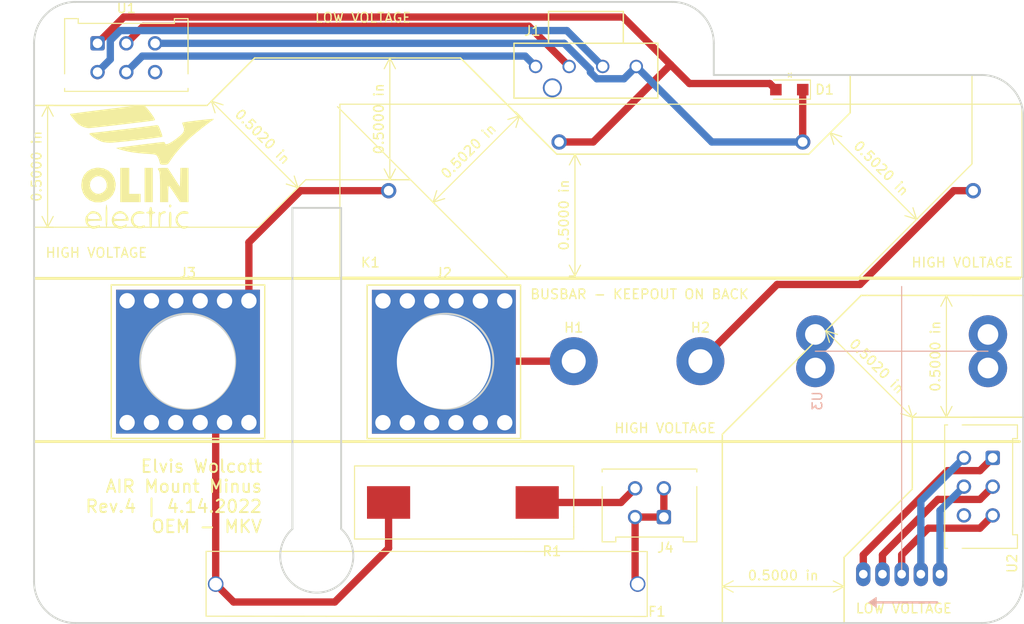
<source format=kicad_pcb>
(kicad_pcb (version 20171130) (host pcbnew 5.99.0+really5.1.10+dfsg1-1)

  (general
    (thickness 1.6)
    (drawings 95)
    (tracks 67)
    (zones 0)
    (modules 14)
    (nets 22)
  )

  (page A4)
  (layers
    (0 F.Cu signal)
    (31 B.Cu signal)
    (32 B.Adhes user)
    (33 F.Adhes user)
    (34 B.Paste user)
    (35 F.Paste user)
    (36 B.SilkS user)
    (37 F.SilkS user)
    (38 B.Mask user)
    (39 F.Mask user)
    (40 Dwgs.User user hide)
    (41 Cmts.User user)
    (42 Eco1.User user)
    (43 Eco2.User user)
    (44 Edge.Cuts user)
    (45 Margin user)
    (46 B.CrtYd user)
    (47 F.CrtYd user)
    (48 B.Fab user)
    (49 F.Fab user)
  )

  (setup
    (last_trace_width 0.762)
    (user_trace_width 0.4064)
    (user_trace_width 0.762)
    (trace_clearance 0.2)
    (zone_clearance 0.508)
    (zone_45_only no)
    (trace_min 0.2)
    (via_size 0.8)
    (via_drill 0.4)
    (via_min_size 0.4)
    (via_min_drill 0.3)
    (uvia_size 0.3)
    (uvia_drill 0.1)
    (uvias_allowed no)
    (uvia_min_size 0.2)
    (uvia_min_drill 0.1)
    (edge_width 0.05)
    (segment_width 0.2)
    (pcb_text_width 0.3)
    (pcb_text_size 1.5 1.5)
    (mod_edge_width 0.12)
    (mod_text_size 1 1)
    (mod_text_width 0.15)
    (pad_size 4 4)
    (pad_drill 2.15)
    (pad_to_mask_clearance 0.051)
    (solder_mask_min_width 0.25)
    (aux_axis_origin 0 0)
    (visible_elements FFFFFF7F)
    (pcbplotparams
      (layerselection 0x010fc_ffffffff)
      (usegerberextensions true)
      (usegerberattributes false)
      (usegerberadvancedattributes false)
      (creategerberjobfile false)
      (excludeedgelayer true)
      (linewidth 0.100000)
      (plotframeref false)
      (viasonmask false)
      (mode 1)
      (useauxorigin false)
      (hpglpennumber 1)
      (hpglpenspeed 20)
      (hpglpendiameter 15.000000)
      (psnegative false)
      (psa4output false)
      (plotreference true)
      (plotvalue true)
      (plotinvisibletext false)
      (padsonsilk false)
      (subtractmaskfromsilk false)
      (outputformat 1)
      (mirror false)
      (drillshape 0)
      (scaleselection 1)
      (outputdirectory "AIR_MINUS_GERB"))
  )

  (net 0 "")
  (net 1 /GND)
  (net 2 /Vout)
  (net 3 /Vref)
  (net 4 /OCD)
  (net 5 "Net-(U1-Pad6)")
  (net 6 /PRECHARGE_LSD)
  (net 7 /FINAL_SHUTDOWN)
  (net 8 /AIR-_AUX-)
  (net 9 /AIR-_AUX+)
  (net 10 "Net-(U2-Pad6)")
  (net 11 /UC+)
  (net 12 "Net-(U3-Pad12)")
  (net 13 "Net-(U3-Pad11)")
  (net 14 "Net-(U3-Pad8)")
  (net 15 "Net-(U3-Pad7)")
  (net 16 /HV_BSPD_CURRENT_SENSOR)
  (net 17 "Net-(H2-Pad1)")
  (net 18 /HV_TS-)
  (net 19 /HV_BAT-)
  (net 20 /AIR-_LSD)
  (net 21 /HV_TSMP-)

  (net_class Default "This is the default net class."
    (clearance 0.2)
    (trace_width 0.25)
    (via_dia 0.8)
    (via_drill 0.4)
    (uvia_dia 0.3)
    (uvia_drill 0.1)
    (add_net /AIR-_AUX+)
    (add_net /AIR-_AUX-)
    (add_net /AIR-_LSD)
    (add_net /FINAL_SHUTDOWN)
    (add_net /GND)
    (add_net /HV_BAT-)
    (add_net /HV_BSPD_CURRENT_SENSOR)
    (add_net /HV_TS-)
    (add_net /HV_TSMP-)
    (add_net /OCD)
    (add_net /PRECHARGE_LSD)
    (add_net /UC+)
    (add_net /Vout)
    (add_net /Vref)
    (add_net "Net-(H2-Pad1)")
    (add_net "Net-(U1-Pad6)")
    (add_net "Net-(U2-Pad6)")
    (add_net "Net-(U3-Pad11)")
    (add_net "Net-(U3-Pad12)")
    (add_net "Net-(U3-Pad7)")
    (add_net "Net-(U3-Pad8)")
  )

  (module footprints:redcube_7461166 (layer F.Cu) (tedit 5E2B402A) (tstamp 5DF33BB0)
    (at 64.93 147.37)
    (path /5E5C3C0C)
    (fp_text reference J3 (at -0.02 -9.27) (layer F.SilkS)
      (effects (font (size 1 1) (thickness 0.15)))
    )
    (fp_text value redcude_7461166 (at 0.02 9.45) (layer F.Fab) hide
      (effects (font (size 1 1) (thickness 0.15)))
    )
    (fp_line (start -8 8) (end -8 -8) (layer F.SilkS) (width 0.15))
    (fp_line (start 8 8) (end -8 8) (layer F.SilkS) (width 0.15))
    (fp_line (start 8 -8) (end 8 8) (layer F.SilkS) (width 0.15))
    (fp_line (start -8 -8) (end 8 -8) (layer F.SilkS) (width 0.15))
    (fp_text user J3 (at -8.128 -7.62) (layer F.SilkS) hide
      (effects (font (size 1 1) (thickness 0.15)))
    )
    (fp_text user Redcube_7461166 (at -4.064 -9.652) (layer F.Fab) hide
      (effects (font (size 1 1) (thickness 0.15)))
    )
    (pad 1 thru_hole circle (at -3.81 -6.35) (size 1.7 1.7) (drill 1.6) (layers *.Cu *.Mask)
      (net 18 /HV_TS-))
    (pad 1 thru_hole circle (at 6.349999 -6.35) (size 1.7 1.7) (drill 1.6) (layers *.Cu *.Mask)
      (net 18 /HV_TS-))
    (pad 1 thru_hole circle (at -6.35 -6.349999) (size 1.7 1.7) (drill 1.6) (layers *.Cu *.Mask)
      (net 18 /HV_TS-))
    (pad 1 thru_hole circle (at 1.27 -6.35) (size 1.7 1.7) (drill 1.6) (layers *.Cu *.Mask)
      (net 18 /HV_TS-))
    (pad 1 thru_hole circle (at -1.27 -6.35) (size 1.7 1.7) (drill 1.6) (layers *.Cu *.Mask)
      (net 18 /HV_TS-))
    (pad 1 thru_hole circle (at 3.81 -6.35) (size 1.7 1.7) (drill 1.6) (layers *.Cu *.Mask)
      (net 18 /HV_TS-))
    (pad 1 thru_hole circle (at -6.349999 6.35) (size 1.7 1.7) (drill 1.6) (layers *.Cu *.Mask)
      (net 18 /HV_TS-))
    (pad 1 thru_hole circle (at -3.81 6.35) (size 1.7 1.7) (drill 1.6) (layers *.Cu *.Mask)
      (net 18 /HV_TS-))
    (pad 1 thru_hole circle (at -1.27 6.35) (size 1.7 1.7) (drill 1.6) (layers *.Cu *.Mask)
      (net 18 /HV_TS-))
    (pad 1 thru_hole circle (at 1.27 6.35) (size 1.7 1.7) (drill 1.6) (layers *.Cu *.Mask)
      (net 18 /HV_TS-))
    (pad 1 thru_hole circle (at 6.35 6.349999) (size 1.7 1.7) (drill 1.6) (layers *.Cu *.Mask)
      (net 18 /HV_TS-))
    (pad 1 thru_hole circle (at 3.81 6.35) (size 1.7 1.7) (drill 1.6) (layers *.Cu *.Mask)
      (net 18 /HV_TS-))
    (pad 1 thru_hole rect (at 0 0) (size 15 15) (drill 9.8) (layers *.Cu *.Mask)
      (net 18 /HV_TS-))
    (model ${OEM_DIR}/parts/3DModels/redcube_7461166/redcube_7461166.stp
      (at (xyz 0 0 0))
      (scale (xyz 1 1 1))
      (rotate (xyz 0 0 0))
    )
  )

  (module footprints:HO_60_250-p0100 (layer B.Cu) (tedit 6258A72A) (tstamp 5E5B6ED7)
    (at 130.35 144.53 270)
    (path /5E5D0D07)
    (fp_text reference U3 (at 6.93 -0.21 270) (layer B.SilkS)
      (effects (font (size 1 1) (thickness 0.15)) (justify mirror))
    )
    (fp_text value HO_60_250-p0100 (at 11.43 -5.08 270) (layer B.Fab)
      (effects (font (size 1 1) (thickness 0.15)) (justify mirror))
    )
    (fp_poly (pts (xy 28.448 -6.35) (xy 27.432 -6.35) (xy 27.94 -5.588)) (layer B.SilkS) (width 0.1))
    (fp_line (start 27.94 -12.7) (end 27.94 -6.35) (layer B.SilkS) (width 0.25))
    (fp_line (start -5 -9) (end 25 -9) (layer B.SilkS) (width 0.12))
    (fp_line (start 1.75 0) (end 1.75 -18) (layer B.SilkS) (width 0.12))
    (pad 1 thru_hole oval (at 25 -5 270) (size 2.5 1.5) (drill 0.9) (layers *.Cu *.Mask)
      (net 11 /UC+))
    (pad 2 thru_hole oval (at 25 -7 270) (size 2.5 1.5) (drill 0.9) (layers *.Cu *.Mask)
      (net 1 /GND))
    (pad 3 thru_hole oval (at 25 -9 270) (size 2.5 1.5) (drill 0.9) (layers *.Cu *.Mask)
      (net 2 /Vout))
    (pad 4 thru_hole oval (at 25 -11 270) (size 2.5 1.5) (drill 0.9) (layers *.Cu *.Mask)
      (net 3 /Vref))
    (pad 12 thru_hole circle (at 3.5 0 270) (size 4 4) (drill 2.15) (layers *.Cu *.Mask)
      (net 12 "Net-(U3-Pad12)"))
    (pad 11 thru_hole circle (at 0 0 270) (size 4 4) (drill 2.15) (layers *.Cu *.Mask)
      (net 13 "Net-(U3-Pad11)"))
    (pad 8 thru_hole circle (at 0 -18 270) (size 4 4) (drill 2.15) (layers *.Cu *.Mask)
      (net 14 "Net-(U3-Pad8)"))
    (pad 5 thru_hole oval (at 25 -13 270) (size 2.5 1.5) (drill 0.9) (layers *.Cu *.Mask)
      (net 4 /OCD))
    (pad 7 thru_hole circle (at 3.5 -18 270) (size 4 4) (drill 2.15) (layers *.Cu *.Mask)
      (net 15 "Net-(U3-Pad7)"))
    (model "${OEM_DIR}/parts/3DModels/HO_60_250-p0100/HO-P series.stp"
      (offset (xyz -45.5 25 -19))
      (scale (xyz 1 1 1))
      (rotate (xyz -90 0 0))
    )
    (model ${OEMDIR}/parts/3DModels/HO_60_250-p0100/HO-P_series.stp
      (offset (xyz -45.5 25 -20))
      (scale (xyz 1 1 1))
      (rotate (xyz -90 0 0))
    )
  )

  (module footprints:Fuse_1A_600V (layer F.Cu) (tedit 6258A358) (tstamp 6258D855)
    (at 67.818 170.561)
    (path /5E5873B3)
    (fp_text reference F1 (at 46.01 2.88 180) (layer F.SilkS)
      (effects (font (size 1 1) (thickness 0.15)))
    )
    (fp_text value F_1A_600V (at 17 -5.9 180) (layer F.Fab) hide
      (effects (font (size 1 1) (thickness 0.15)))
    )
    (fp_line (start -1 -3.41) (end -1 3.35) (layer F.SilkS) (width 0.12))
    (fp_line (start 45 -3.38) (end 45 3.38) (layer F.SilkS) (width 0.12))
    (fp_line (start 45 3.38) (end -1 3.35) (layer F.SilkS) (width 0.12))
    (fp_line (start 45 -3.395) (end -1 -3.41) (layer F.SilkS) (width 0.12))
    (pad 2 thru_hole circle (at 44 0) (size 1.62 1.62) (drill 1.31) (layers *.Cu *.Mask)
      (net 16 /HV_BSPD_CURRENT_SENSOR))
    (pad 1 thru_hole circle (at 0 0) (size 1.62 1.62) (drill 1.31) (layers *.Cu *.Mask)
      (net 18 /HV_TS-))
    (model ${OEMDIR}/parts/3DModels/AxialFuse/fuse.STEP
      (offset (xyz 22 -3 3))
      (scale (xyz 1.3 1 1))
      (rotate (xyz 0 0 0))
    )
  )

  (module footprints:Small_OE_Logo (layer F.Cu) (tedit 0) (tstamp 5E62131A)
    (at 60.071 127)
    (fp_text reference G*** (at 0 0) (layer F.SilkS) hide
      (effects (font (size 1.524 1.524) (thickness 0.3)))
    )
    (fp_text value LOGO (at 0.75 0) (layer F.SilkS) hide
      (effects (font (size 1.524 1.524) (thickness 0.3)))
    )
    (fp_poly (pts (xy 0.257714 -6.345348) (xy 0.287891 -6.337241) (xy 0.419918 -6.231353) (xy 0.613626 -6.023881)
      (xy 0.837239 -5.754448) (xy 1.058978 -5.462679) (xy 1.247068 -5.188196) (xy 1.348106 -5.015244)
      (xy 1.403878 -4.86239) (xy 1.3526 -4.793205) (xy 1.337151 -4.787515) (xy 1.225061 -4.768105)
      (xy 0.967022 -4.732437) (xy 0.58536 -4.683135) (xy 0.102402 -4.622822) (xy -0.459524 -4.554123)
      (xy -1.078091 -4.47966) (xy -1.730972 -4.402059) (xy -2.395839 -4.323942) (xy -3.050365 -4.247933)
      (xy -3.672224 -4.176657) (xy -4.239086 -4.112736) (xy -4.728626 -4.058796) (xy -5.118516 -4.017458)
      (xy -5.386429 -3.991348) (xy -5.508546 -3.98305) (xy -5.727914 -4.014351) (xy -5.991812 -4.086006)
      (xy -6.023847 -4.097098) (xy -6.298295 -4.22176) (xy -6.544692 -4.374385) (xy -6.557442 -4.384217)
      (xy -6.709678 -4.52508) (xy -6.899804 -4.729389) (xy -7.097942 -4.960766) (xy -7.274217 -5.182832)
      (xy -7.398751 -5.359207) (xy -7.441667 -5.453512) (xy -7.439416 -5.45814) (xy -7.351454 -5.474776)
      (xy -7.112419 -5.509689) (xy -6.739327 -5.560649) (xy -6.249192 -5.62543) (xy -5.659029 -5.7018)
      (xy -4.985853 -5.787532) (xy -4.24668 -5.880398) (xy -3.64876 -5.954681) (xy -2.649333 -6.076572)
      (xy -1.809839 -6.175191) (xy -1.12259 -6.251285) (xy -0.579898 -6.3056) (xy -0.174075 -6.338885)
      (xy 0.102566 -6.351885) (xy 0.257714 -6.345348)) (layer F.SilkS) (width 0.01))
    (fp_poly (pts (xy 1.728802 -4.264087) (xy 1.811139 -4.158934) (xy 1.90742 -3.947132) (xy 1.994879 -3.727072)
      (xy 2.101412 -3.437105) (xy 2.170297 -3.212777) (xy 2.189052 -3.095718) (xy 2.186128 -3.089239)
      (xy 2.087671 -3.062994) (xy 1.845295 -3.022744) (xy 1.483576 -2.971308) (xy 1.02709 -2.9115)
      (xy 0.500413 -2.846138) (xy -0.071878 -2.778039) (xy -0.665207 -2.710018) (xy -1.254998 -2.644893)
      (xy -1.816675 -2.585479) (xy -2.325661 -2.534595) (xy -2.75738 -2.495055) (xy -3.087255 -2.469677)
      (xy -3.290711 -2.461278) (xy -3.293029 -2.461299) (xy -3.641355 -2.482417) (xy -3.970647 -2.531024)
      (xy -4.163597 -2.581708) (xy -4.405193 -2.689313) (xy -4.686339 -2.841825) (xy -4.96752 -3.013932)
      (xy -5.209219 -3.180324) (xy -5.371919 -3.315688) (xy -5.418667 -3.385615) (xy -5.349916 -3.461203)
      (xy -5.288909 -3.471333) (xy -5.175876 -3.481135) (xy -4.91716 -3.508766) (xy -4.535169 -3.551565)
      (xy -4.05231 -3.60687) (xy -3.49099 -3.672021) (xy -2.873616 -3.744357) (xy -2.222594 -3.821216)
      (xy -1.560333 -3.899936) (xy -0.909238 -3.977858) (xy -0.291716 -4.052319) (xy 0.269825 -4.120658)
      (xy 0.752978 -4.180215) (xy 1.135337 -4.228327) (xy 1.394494 -4.262335) (xy 1.494462 -4.276971)
      (xy 1.632534 -4.293223) (xy 1.728802 -4.264087)) (layer F.SilkS) (width 0.01))
    (fp_poly (pts (xy 7.532599 -4.941623) (xy 7.509105 -4.871496) (xy 7.444106 -4.824012) (xy 7.279449 -4.715353)
      (xy 7.014865 -4.52226) (xy 6.680698 -4.26848) (xy 6.307291 -3.977764) (xy 5.924988 -3.673858)
      (xy 5.564132 -3.380511) (xy 5.255067 -3.121472) (xy 5.131336 -3.013918) (xy 4.670737 -2.577879)
      (xy 4.190574 -2.073922) (xy 3.730255 -1.546893) (xy 3.329185 -1.04164) (xy 3.061182 -0.657924)
      (xy 2.89191 -0.401051) (xy 2.765719 -0.255816) (xy 2.636051 -0.190199) (xy 2.456346 -0.172176)
      (xy 2.353336 -0.171091) (xy 2.110517 -0.177463) (xy 1.985581 -0.220958) (xy 1.927149 -0.333925)
      (xy 1.901287 -0.45568) (xy 1.814687 -0.741362) (xy 1.694348 -0.993977) (xy 1.624123 -1.100972)
      (xy 1.545782 -1.174392) (xy 1.426623 -1.223083) (xy 1.23394 -1.255888) (xy 0.935032 -1.281652)
      (xy 0.537731 -1.30676) (xy 0.06249 -1.343032) (xy -0.425927 -1.39278) (xy -0.860228 -1.448562)
      (xy -1.098905 -1.487763) (xy -1.505908 -1.571657) (xy -1.890464 -1.662679) (xy -2.221124 -1.751975)
      (xy -2.466436 -1.830689) (xy -2.594951 -1.889968) (xy -2.604026 -1.91153) (xy -2.516101 -1.929207)
      (xy -2.285588 -1.963843) (xy -1.938027 -2.012203) (xy -1.498957 -2.071051) (xy -0.993914 -2.137152)
      (xy -0.448439 -2.207271) (xy 0.111932 -2.278173) (xy 0.66166 -2.346624) (xy 1.175206 -2.409387)
      (xy 1.627032 -2.463227) (xy 1.991599 -2.50491) (xy 2.24337 -2.531201) (xy 2.3495 -2.539028)
      (xy 2.44319 -2.471777) (xy 2.455333 -2.413) (xy 2.514619 -2.30906) (xy 2.681574 -2.312529)
      (xy 2.939839 -2.41553) (xy 3.273059 -2.610181) (xy 3.664878 -2.888604) (xy 3.996696 -3.155521)
      (xy 4.280276 -3.424224) (xy 4.427763 -3.656402) (xy 4.453685 -3.892903) (xy 4.372572 -4.174572)
      (xy 4.365382 -4.191975) (xy 4.290428 -4.400772) (xy 4.26516 -4.534814) (xy 4.270675 -4.552897)
      (xy 4.366591 -4.578427) (xy 4.597773 -4.617119) (xy 4.932434 -4.665184) (xy 5.338783 -4.718835)
      (xy 5.785033 -4.774282) (xy 6.239393 -4.827737) (xy 6.670076 -4.875413) (xy 7.045292 -4.91352)
      (xy 7.333253 -4.938271) (xy 7.502169 -4.945878) (xy 7.532599 -4.941623)) (layer F.SilkS) (width 0.01))
    (fp_poly (pts (xy 4.910667 3.725333) (xy 4.021667 3.722527) (xy 3.471333 2.878667) (xy 3.252235 2.55031)
      (xy 3.063357 2.281382) (xy 2.924958 2.09978) (xy 2.8575 2.033403) (xy 2.830849 2.111468)
      (xy 2.809705 2.323085) (xy 2.796755 2.632494) (xy 2.794 2.878667) (xy 2.794 3.725333)
      (xy 1.947333 3.725333) (xy 1.947333 2.175182) (xy 1.944605 1.594305) (xy 1.935323 1.160007)
      (xy 1.917843 0.849606) (xy 1.890521 0.640421) (xy 1.851712 0.509767) (xy 1.823026 0.460682)
      (xy 1.726437 0.312617) (xy 1.72859 0.225203) (xy 1.850829 0.182899) (xy 2.114494 0.170163)
      (xy 2.2225 0.169783) (xy 2.751667 0.170233) (xy 4.021667 2.147739) (xy 4.04552 1.158536)
      (xy 4.069374 0.169333) (xy 4.910667 0.169333) (xy 4.910667 3.725333)) (layer F.SilkS) (width 0.01))
    (fp_poly (pts (xy 1.185333 3.725333) (xy 0.338667 3.725333) (xy 0.338667 0.169333) (xy 1.185333 0.169333)
      (xy 1.185333 3.725333)) (layer F.SilkS) (width 0.01))
    (fp_poly (pts (xy -1.27 2.878667) (xy -0.084667 2.878667) (xy -0.084667 3.725333) (xy -2.201333 3.725333)
      (xy -2.201333 0.169333) (xy -1.27 0.169333) (xy -1.27 2.878667)) (layer F.SilkS) (width 0.01))
    (fp_poly (pts (xy -3.941187 0.218908) (xy -3.468972 0.436496) (xy -3.090455 0.774977) (xy -2.8254 1.214581)
      (xy -2.693573 1.735535) (xy -2.68252 1.947333) (xy -2.758867 2.487242) (xy -2.972977 2.954749)
      (xy -3.302452 3.332431) (xy -3.724895 3.602863) (xy -4.217908 3.748622) (xy -4.759095 3.752284)
      (xy -4.95674 3.716543) (xy -5.423536 3.526867) (xy -5.805322 3.206739) (xy -6.083315 2.781555)
      (xy -6.238732 2.276708) (xy -6.260284 2.009842) (xy -5.375176 2.009842) (xy -5.281483 2.352587)
      (xy -5.076007 2.635802) (xy -4.783996 2.822604) (xy -4.487333 2.878034) (xy -4.270321 2.83391)
      (xy -4.027773 2.726581) (xy -4.009229 2.715569) (xy -3.752506 2.474875) (xy -3.622894 2.172149)
      (xy -3.610028 1.844223) (xy -3.703543 1.527929) (xy -3.893073 1.2601) (xy -4.168254 1.077567)
      (xy -4.487333 1.016633) (xy -4.807377 1.092651) (xy -5.098608 1.291505) (xy -5.302112 1.569396)
      (xy -5.331838 1.644447) (xy -5.375176 2.009842) (xy -6.260284 2.009842) (xy -6.265333 1.947333)
      (xy -6.191566 1.385854) (xy -5.980879 0.909324) (xy -5.649192 0.533912) (xy -5.21243 0.275783)
      (xy -4.686512 0.151105) (xy -4.487333 0.141985) (xy -3.941187 0.218908)) (layer F.SilkS) (width 0.01))
    (fp_poly (pts (xy 3.117973 4.044545) (xy 3.132667 4.101336) (xy 3.085795 4.239919) (xy 2.985767 4.287024)
      (xy 2.932809 4.259254) (xy 2.877777 4.12465) (xy 2.92838 4.007001) (xy 3.005667 3.979333)
      (xy 3.117973 4.044545)) (layer F.SilkS) (width 0.01))
    (fp_poly (pts (xy 3.064889 4.769311) (xy 3.102911 4.871814) (xy 3.123911 5.076693) (xy 3.132065 5.411801)
      (xy 3.132667 5.588) (xy 3.12847 5.982818) (xy 3.113094 6.2363) (xy 3.082362 6.376296)
      (xy 3.032096 6.43066) (xy 3.005667 6.434667) (xy 2.946444 6.406688) (xy 2.908422 6.304185)
      (xy 2.887422 6.099306) (xy 2.879268 5.764199) (xy 2.878667 5.588) (xy 2.882863 5.193182)
      (xy 2.898239 4.9397) (xy 2.928971 4.799703) (xy 2.979237 4.74534) (xy 3.005667 4.741333)
      (xy 3.064889 4.769311)) (layer F.SilkS) (width 0.01))
    (fp_poly (pts (xy 2.535186 4.745512) (xy 2.54 4.783667) (xy 2.466562 4.885909) (xy 2.331312 4.910667)
      (xy 2.1538 4.95385) (xy 2.036483 5.097382) (xy 1.970662 5.362237) (xy 1.947637 5.769387)
      (xy 1.947333 5.836434) (xy 1.936241 6.142581) (xy 1.906469 6.354373) (xy 1.863277 6.434653)
      (xy 1.862667 6.434667) (xy 1.823335 6.354171) (xy 1.794898 6.12895) (xy 1.779797 5.783397)
      (xy 1.778 5.588) (xy 1.786049 5.19468) (xy 1.808572 4.910316) (xy 1.843127 4.759305)
      (xy 1.862667 4.741333) (xy 1.942724 4.807369) (xy 1.947333 4.839122) (xy 1.996241 4.86939)
      (xy 2.102167 4.796789) (xy 2.285367 4.683687) (xy 2.446675 4.666086) (xy 2.535186 4.745512)) (layer F.SilkS) (width 0.01))
    (fp_poly (pts (xy 1.074493 4.309061) (xy 1.100667 4.487333) (xy 1.127277 4.673253) (xy 1.226288 4.738713)
      (xy 1.27 4.741333) (xy 1.40758 4.776789) (xy 1.439333 4.826) (xy 1.368421 4.89479)
      (xy 1.27 4.910667) (xy 1.189548 4.923399) (xy 1.139556 4.983082) (xy 1.112863 5.121946)
      (xy 1.102306 5.372219) (xy 1.100667 5.672667) (xy 1.095717 6.044416) (xy 1.077654 6.275974)
      (xy 1.041655 6.396278) (xy 0.982896 6.434265) (xy 0.973667 6.434667) (xy 0.911708 6.404971)
      (xy 0.873115 6.296594) (xy 0.853065 6.080597) (xy 0.846733 5.728041) (xy 0.846667 5.672667)
      (xy 0.843837 5.310632) (xy 0.830574 5.085669) (xy 0.799715 4.96555) (xy 0.744099 4.918046)
      (xy 0.677333 4.910667) (xy 0.539753 4.87521) (xy 0.508 4.826) (xy 0.578912 4.75721)
      (xy 0.677333 4.741333) (xy 0.80128 4.701417) (xy 0.84492 4.5529) (xy 0.846667 4.487333)
      (xy 0.884531 4.285681) (xy 0.973667 4.233333) (xy 1.074493 4.309061)) (layer F.SilkS) (width 0.01))
    (fp_poly (pts (xy -3.60576 4.061396) (xy -3.579321 4.297491) (xy -3.562394 4.672484) (xy -3.556024 5.171235)
      (xy -3.556 5.207) (xy -3.56166 5.713154) (xy -3.577942 6.096516) (xy -3.603804 6.341951)
      (xy -3.6382 6.434321) (xy -3.640667 6.434667) (xy -3.675574 6.352604) (xy -3.702013 6.116508)
      (xy -3.718939 5.741516) (xy -3.72531 5.242764) (xy -3.725333 5.207) (xy -3.719674 4.700846)
      (xy -3.703392 4.317483) (xy -3.67753 4.072048) (xy -3.643133 3.979679) (xy -3.640667 3.979333)
      (xy -3.60576 4.061396)) (layer F.SilkS) (width 0.01))
    (fp_poly (pts (xy 4.776742 4.708058) (xy 4.893504 4.812136) (xy 4.910667 4.875275) (xy 4.857515 4.951498)
      (xy 4.680796 4.944969) (xy 4.659781 4.940923) (xy 4.288247 4.928926) (xy 4.005546 5.055616)
      (xy 3.852077 5.249829) (xy 3.765752 5.572563) (xy 3.847327 5.877873) (xy 4.025467 6.09957)
      (xy 4.203218 6.224975) (xy 4.410118 6.257097) (xy 4.568637 6.242655) (xy 4.804526 6.234423)
      (xy 4.902729 6.278818) (xy 4.852003 6.358361) (xy 4.693488 6.436762) (xy 4.514672 6.498192)
      (xy 4.383377 6.504497) (xy 4.219001 6.450405) (xy 4.096029 6.397674) (xy 3.777918 6.179162)
      (xy 3.597983 5.863509) (xy 3.556 5.560694) (xy 3.631656 5.218059) (xy 3.832617 4.935052)
      (xy 4.119876 4.738919) (xy 4.454422 4.656907) (xy 4.776742 4.708058)) (layer F.SilkS) (width 0.01))
    (fp_poly (pts (xy 0.093472 4.712103) (xy 0.133479 4.72888) (xy 0.305686 4.833377) (xy 0.318879 4.907815)
      (xy 0.182226 4.941854) (xy -0.045895 4.931187) (xy -0.412527 4.951098) (xy -0.67385 5.098694)
      (xy -0.819287 5.365185) (xy -0.846667 5.596613) (xy -0.773769 5.902594) (xy -0.581952 6.128038)
      (xy -0.31153 6.250015) (xy -0.002818 6.245593) (xy 0.174899 6.177688) (xy 0.302585 6.133852)
      (xy 0.338589 6.207469) (xy 0.338667 6.215024) (xy 0.315694 6.328308) (xy 0.217763 6.399119)
      (xy 0.001352 6.455985) (xy -0.042333 6.464744) (xy -0.312989 6.464801) (xy -0.560637 6.398688)
      (xy -0.879957 6.177809) (xy -1.060542 5.861645) (xy -1.100667 5.575657) (xy -1.027281 5.237558)
      (xy -0.832745 4.955786) (xy -0.555488 4.756707) (xy -0.233939 4.66669) (xy 0.093472 4.712103)) (layer F.SilkS) (width 0.01))
    (fp_poly (pts (xy -1.932538 4.726188) (xy -1.684661 4.901753) (xy -1.478323 5.134749) (xy -1.363776 5.376244)
      (xy -1.354667 5.452533) (xy -1.354667 5.672667) (xy -2.116667 5.672667) (xy -2.503186 5.682109)
      (xy -2.762344 5.708977) (xy -2.875284 5.751079) (xy -2.878667 5.761182) (xy -2.823598 5.876111)
      (xy -2.68918 6.03884) (xy -2.670849 6.057515) (xy -2.393472 6.225031) (xy -2.066651 6.260931)
      (xy -1.753376 6.160221) (xy -1.712172 6.133532) (xy -1.576319 6.049174) (xy -1.528838 6.070057)
      (xy -1.524 6.137852) (xy -1.595868 6.248565) (xy -1.771582 6.370142) (xy -1.991309 6.470064)
      (xy -2.195212 6.51581) (xy -2.219781 6.516019) (xy -2.366648 6.481827) (xy -2.581023 6.402737)
      (xy -2.606669 6.391774) (xy -2.886636 6.194025) (xy -3.045364 5.922379) (xy -3.091552 5.61152)
      (xy -3.052327 5.396948) (xy -2.873505 5.396948) (xy -2.762612 5.46695) (xy -2.504912 5.498319)
      (xy -2.243667 5.503333) (xy -1.917488 5.498742) (xy -1.725999 5.479308) (xy -1.634675 5.436538)
      (xy -1.608992 5.361937) (xy -1.608667 5.347122) (xy -1.680692 5.128172) (xy -1.865875 4.976701)
      (xy -2.117876 4.903314) (xy -2.390357 4.918617) (xy -2.636978 5.033217) (xy -2.706035 5.095965)
      (xy -2.850382 5.277043) (xy -2.873505 5.396948) (xy -3.052327 5.396948) (xy -3.033897 5.296137)
      (xy -2.881095 5.010916) (xy -2.641845 4.790544) (xy -2.324842 4.669708) (xy -2.1717 4.656983)
      (xy -1.932538 4.726188)) (layer F.SilkS) (width 0.01))
    (fp_poly (pts (xy -4.887268 4.682934) (xy -4.541491 4.797067) (xy -4.288191 5.016087) (xy -4.158836 5.308444)
      (xy -4.148667 5.423388) (xy -4.148667 5.672667) (xy -4.868333 5.672667) (xy -5.26443 5.684317)
      (xy -5.503924 5.725379) (xy -5.598329 5.805013) (xy -5.559161 5.932384) (xy -5.410548 6.104119)
      (xy -5.178996 6.225888) (xy -4.862919 6.246331) (xy -4.515058 6.163276) (xy -4.466167 6.142977)
      (xy -4.344856 6.128126) (xy -4.318 6.209962) (xy -4.39668 6.324792) (xy -4.609107 6.422556)
      (xy -4.6355 6.430215) (xy -4.895626 6.496132) (xy -5.066504 6.506217) (xy -5.221124 6.453136)
      (xy -5.392097 6.354214) (xy -5.670345 6.126892) (xy -5.810488 5.846159) (xy -5.842 5.542766)
      (xy -5.814316 5.347122) (xy -5.588 5.347122) (xy -5.569339 5.427363) (xy -5.490339 5.474469)
      (xy -5.316475 5.496935) (xy -5.013224 5.503253) (xy -4.953 5.503333) (xy -4.64945 5.498637)
      (xy -4.42491 5.486214) (xy -4.320767 5.468565) (xy -4.318 5.464984) (xy -4.349381 5.368183)
      (xy -4.417182 5.208954) (xy -4.578529 5.018076) (xy -4.814485 4.919274) (xy -5.079223 4.907139)
      (xy -5.326917 4.976264) (xy -5.511739 5.121241) (xy -5.587864 5.336661) (xy -5.588 5.347122)
      (xy -5.814316 5.347122) (xy -5.807925 5.301962) (xy -5.683207 5.086735) (xy -5.543303 4.933702)
      (xy -5.346969 4.754198) (xy -5.188056 4.675671) (xy -4.993968 4.670371) (xy -4.887268 4.682934)) (layer F.SilkS) (width 0.01))
  )

  (module footprints:MicroFit_VT_6 (layer F.Cu) (tedit 5E1EA046) (tstamp 5E5B5B12)
    (at 148.844 157.401 270)
    (descr "Molex Micro-Fit 3.0 Connector System, 43045-0612 (compatible alternatives: 43045-0613, 43045-0624), 3 Pins per row (http://www.molex.com/pdm_docs/sd/430450212_sd.pdf), generated with kicad-footprint-generator")
    (tags "connector Molex Micro-Fit_3.0 side entry")
    (path /5E5D0395)
    (fp_text reference U2 (at 11.001 -2.032 90) (layer F.SilkS)
      (effects (font (size 1 1) (thickness 0.15)))
    )
    (fp_text value MicroFit_VT_6 (at 3 7.5 90) (layer F.Fab)
      (effects (font (size 1 1) (thickness 0.15)))
    )
    (fp_line (start -3.82 6.8) (end -3.82 -2.97) (layer F.CrtYd) (width 0.05))
    (fp_line (start 9.82 6.8) (end -3.82 6.8) (layer F.CrtYd) (width 0.05))
    (fp_line (start 9.82 -2.97) (end 9.82 6.8) (layer F.CrtYd) (width 0.05))
    (fp_line (start -3.82 -2.97) (end 9.82 -2.97) (layer F.CrtYd) (width 0.05))
    (fp_line (start 9.435 -2.58) (end 9.435 3.18) (layer F.SilkS) (width 0.12))
    (fp_line (start 8.015 -2.58) (end 9.435 -2.58) (layer F.SilkS) (width 0.12))
    (fp_line (start 8.015 -2.08) (end 8.015 -2.58) (layer F.SilkS) (width 0.12))
    (fp_line (start -2.015 -2.08) (end 8.015 -2.08) (layer F.SilkS) (width 0.12))
    (fp_line (start -2.015 -2.58) (end -2.015 -2.08) (layer F.SilkS) (width 0.12))
    (fp_line (start -3.435 -2.58) (end -2.015 -2.58) (layer F.SilkS) (width 0.12))
    (fp_line (start -3.435 3.18) (end -3.435 -2.58) (layer F.SilkS) (width 0.12))
    (fp_line (start 9.435 5.01) (end 9.435 4.7) (layer F.SilkS) (width 0.12))
    (fp_line (start -3.435 5.01) (end 9.435 5.01) (layer F.SilkS) (width 0.12))
    (fp_line (start -3.435 4.7) (end -3.435 5.01) (layer F.SilkS) (width 0.12))
    (fp_line (start 0 -1.262893) (end 0.5 -1.97) (layer F.Fab) (width 0.1))
    (fp_line (start -0.5 -1.97) (end 0 -1.262893) (layer F.Fab) (width 0.1))
    (fp_line (start 3.7 6.3) (end 3.7 4.9) (layer F.Fab) (width 0.1))
    (fp_line (start 2.3 6.3) (end 3.7 6.3) (layer F.Fab) (width 0.1))
    (fp_line (start 2.3 4.9) (end 2.3 6.3) (layer F.Fab) (width 0.1))
    (fp_line (start 9.325 -1.34) (end 8.125 -1.97) (layer F.Fab) (width 0.1))
    (fp_line (start -3.325 -1.34) (end -2.125 -1.97) (layer F.Fab) (width 0.1))
    (fp_line (start 8.125 -1.97) (end -2.125 -1.97) (layer F.Fab) (width 0.1))
    (fp_line (start 8.125 -2.47) (end 8.125 -1.97) (layer F.Fab) (width 0.1))
    (fp_line (start 9.325 -2.47) (end 8.125 -2.47) (layer F.Fab) (width 0.1))
    (fp_line (start 9.325 4.9) (end 9.325 -2.47) (layer F.Fab) (width 0.1))
    (fp_line (start -3.325 4.9) (end 9.325 4.9) (layer F.Fab) (width 0.1))
    (fp_line (start -3.325 -2.47) (end -3.325 4.9) (layer F.Fab) (width 0.1))
    (fp_line (start -2.125 -2.47) (end -3.325 -2.47) (layer F.Fab) (width 0.1))
    (fp_line (start -2.125 -1.97) (end -2.125 -2.47) (layer F.Fab) (width 0.1))
    (fp_text user %R (at 3 4.2 90) (layer F.Fab)
      (effects (font (size 1 1) (thickness 0.15)))
    )
    (pad 6 thru_hole circle (at 6 3 270) (size 1.5 1.5) (drill 1) (layers *.Cu *.Mask)
      (net 10 "Net-(U2-Pad6)"))
    (pad 5 thru_hole circle (at 3 3 270) (size 1.5 1.5) (drill 1) (layers *.Cu *.Mask)
      (net 4 /OCD))
    (pad 4 thru_hole circle (at 0 3 270) (size 1.5 1.5) (drill 1) (layers *.Cu *.Mask)
      (net 3 /Vref))
    (pad 3 thru_hole circle (at 6 0 270) (size 1.5 1.5) (drill 1) (layers *.Cu *.Mask)
      (net 2 /Vout))
    (pad 2 thru_hole circle (at 3 0 270) (size 1.5 1.5) (drill 1) (layers *.Cu *.Mask)
      (net 1 /GND))
    (pad 1 thru_hole roundrect (at 0 0 270) (size 1.5 1.5) (drill 1) (layers *.Cu *.Mask) (roundrect_rratio 0.166667)
      (net 11 /UC+))
    (pad "" np_thru_hole circle (at 9 3.94 270) (size 1 1) (drill 1) (layers *.Cu *.Mask))
    (pad "" np_thru_hole circle (at -3 3.94 270) (size 1 1) (drill 1) (layers *.Cu *.Mask))
    (model ${OEM_DIR}/parts/3DModels/MicroFit_VT_6/MicroFit_VT_6.stp
      (offset (xyz 3 -1.5 5))
      (scale (xyz 1 1 1))
      (rotate (xyz 0 0 180))
    )
  )

  (module footprints:MicroFit_VT_4 (layer F.Cu) (tedit 5E1EA004) (tstamp 6189B3A8)
    (at 114.554 163.576 180)
    (descr "Molex Micro-Fit 3.0 Connector System, 43045-0412 (compatible alternatives: 43045-0413, 43045-0424), 2 Pins per row (http://www.molex.com/pdm_docs/sd/430450212_sd.pdf), generated with kicad-footprint-generator")
    (tags "connector Molex Micro-Fit_3.0 side entry")
    (path /5E5C79DB)
    (fp_text reference J4 (at -0.16 -3.2) (layer F.SilkS)
      (effects (font (size 1 1) (thickness 0.15)))
    )
    (fp_text value MicroFit_VT_4 (at 1.5 7.5) (layer F.Fab)
      (effects (font (size 1 1) (thickness 0.15)))
    )
    (fp_line (start -3.82 6.8) (end -3.82 -2.97) (layer F.CrtYd) (width 0.05))
    (fp_line (start 6.82 6.8) (end -3.82 6.8) (layer F.CrtYd) (width 0.05))
    (fp_line (start 6.82 -2.97) (end 6.82 6.8) (layer F.CrtYd) (width 0.05))
    (fp_line (start -3.82 -2.97) (end 6.82 -2.97) (layer F.CrtYd) (width 0.05))
    (fp_line (start 6.435 -2.58) (end 6.435 3.18) (layer F.SilkS) (width 0.12))
    (fp_line (start 5.015 -2.58) (end 6.435 -2.58) (layer F.SilkS) (width 0.12))
    (fp_line (start 5.015 -2.08) (end 5.015 -2.58) (layer F.SilkS) (width 0.12))
    (fp_line (start -2.015 -2.08) (end 5.015 -2.08) (layer F.SilkS) (width 0.12))
    (fp_line (start -2.015 -2.58) (end -2.015 -2.08) (layer F.SilkS) (width 0.12))
    (fp_line (start -3.435 -2.58) (end -2.015 -2.58) (layer F.SilkS) (width 0.12))
    (fp_line (start -3.435 3.18) (end -3.435 -2.58) (layer F.SilkS) (width 0.12))
    (fp_line (start 6.435 5.01) (end 6.435 4.7) (layer F.SilkS) (width 0.12))
    (fp_line (start -3.435 5.01) (end 6.435 5.01) (layer F.SilkS) (width 0.12))
    (fp_line (start -3.435 4.7) (end -3.435 5.01) (layer F.SilkS) (width 0.12))
    (fp_line (start 0 -1.262893) (end 0.5 -1.97) (layer F.Fab) (width 0.1))
    (fp_line (start -0.5 -1.97) (end 0 -1.262893) (layer F.Fab) (width 0.1))
    (fp_line (start 2.2 6.3) (end 2.2 4.9) (layer F.Fab) (width 0.1))
    (fp_line (start 0.8 6.3) (end 2.2 6.3) (layer F.Fab) (width 0.1))
    (fp_line (start 0.8 4.9) (end 0.8 6.3) (layer F.Fab) (width 0.1))
    (fp_line (start 6.325 -1.34) (end 5.125 -1.97) (layer F.Fab) (width 0.1))
    (fp_line (start -3.325 -1.34) (end -2.125 -1.97) (layer F.Fab) (width 0.1))
    (fp_line (start 5.125 -1.97) (end -2.125 -1.97) (layer F.Fab) (width 0.1))
    (fp_line (start 5.125 -2.47) (end 5.125 -1.97) (layer F.Fab) (width 0.1))
    (fp_line (start 6.325 -2.47) (end 5.125 -2.47) (layer F.Fab) (width 0.1))
    (fp_line (start 6.325 4.9) (end 6.325 -2.47) (layer F.Fab) (width 0.1))
    (fp_line (start -3.325 4.9) (end 6.325 4.9) (layer F.Fab) (width 0.1))
    (fp_line (start -3.325 -2.47) (end -3.325 4.9) (layer F.Fab) (width 0.1))
    (fp_line (start -2.125 -2.47) (end -3.325 -2.47) (layer F.Fab) (width 0.1))
    (fp_line (start -2.125 -1.97) (end -2.125 -2.47) (layer F.Fab) (width 0.1))
    (fp_text user %R (at 1.5 4.2) (layer F.Fab)
      (effects (font (size 1 1) (thickness 0.15)))
    )
    (pad 4 thru_hole circle (at 3 3 180) (size 1.5 1.5) (drill 1) (layers *.Cu *.Mask)
      (net 21 /HV_TSMP-))
    (pad 3 thru_hole circle (at 0 3 180) (size 1.5 1.5) (drill 1) (layers *.Cu *.Mask)
      (net 16 /HV_BSPD_CURRENT_SENSOR))
    (pad 2 thru_hole circle (at 3 0 180) (size 1.5 1.5) (drill 1) (layers *.Cu *.Mask)
      (net 16 /HV_BSPD_CURRENT_SENSOR))
    (pad 1 thru_hole roundrect (at 0 0 180) (size 1.5 1.5) (drill 1) (layers *.Cu *.Mask) (roundrect_rratio 0.166667)
      (net 16 /HV_BSPD_CURRENT_SENSOR))
    (pad "" np_thru_hole circle (at 6 3.94 180) (size 1 1) (drill 1) (layers *.Cu *.Mask))
    (pad "" np_thru_hole circle (at -3 3.94 180) (size 1 1) (drill 1) (layers *.Cu *.Mask))
    (model ${OEM_DIR}/parts/3DModels/MicroFit_VT_4/MicroFit_VT_4.stp
      (offset (xyz 1.5 -1.5 5))
      (scale (xyz 1 1 1))
      (rotate (xyz 0 0 180))
    )
  )

  (module footprints:redcube_7461166 (layer F.Cu) (tedit 5E2B402A) (tstamp 5DF34F6A)
    (at 91.61 147.38)
    (path /5E5C38E6)
    (fp_text reference J2 (at -0.02 -9.27) (layer F.SilkS)
      (effects (font (size 1 1) (thickness 0.15)))
    )
    (fp_text value redcude_7461166 (at 0.02 9.45) (layer F.Fab) hide
      (effects (font (size 1 1) (thickness 0.15)))
    )
    (fp_line (start -8 8) (end -8 -8) (layer F.SilkS) (width 0.15))
    (fp_line (start 8 8) (end -8 8) (layer F.SilkS) (width 0.15))
    (fp_line (start 8 -8) (end 8 8) (layer F.SilkS) (width 0.15))
    (fp_line (start -8 -8) (end 8 -8) (layer F.SilkS) (width 0.15))
    (fp_text user J3 (at -8.128 -7.62) (layer F.SilkS) hide
      (effects (font (size 1 1) (thickness 0.15)))
    )
    (fp_text user Redcube_7461166 (at -4.064 -9.652) (layer F.Fab) hide
      (effects (font (size 1 1) (thickness 0.15)))
    )
    (pad 1 thru_hole circle (at -3.81 -6.35) (size 1.7 1.7) (drill 1.6) (layers *.Cu *.Mask)
      (net 19 /HV_BAT-))
    (pad 1 thru_hole circle (at 6.349999 -6.35) (size 1.7 1.7) (drill 1.6) (layers *.Cu *.Mask)
      (net 19 /HV_BAT-))
    (pad 1 thru_hole circle (at -6.35 -6.349999) (size 1.7 1.7) (drill 1.6) (layers *.Cu *.Mask)
      (net 19 /HV_BAT-))
    (pad 1 thru_hole circle (at 1.27 -6.35) (size 1.7 1.7) (drill 1.6) (layers *.Cu *.Mask)
      (net 19 /HV_BAT-))
    (pad 1 thru_hole circle (at -1.27 -6.35) (size 1.7 1.7) (drill 1.6) (layers *.Cu *.Mask)
      (net 19 /HV_BAT-))
    (pad 1 thru_hole circle (at 3.81 -6.35) (size 1.7 1.7) (drill 1.6) (layers *.Cu *.Mask)
      (net 19 /HV_BAT-))
    (pad 1 thru_hole circle (at -6.349999 6.35) (size 1.7 1.7) (drill 1.6) (layers *.Cu *.Mask)
      (net 19 /HV_BAT-))
    (pad 1 thru_hole circle (at -3.81 6.35) (size 1.7 1.7) (drill 1.6) (layers *.Cu *.Mask)
      (net 19 /HV_BAT-))
    (pad 1 thru_hole circle (at -1.27 6.35) (size 1.7 1.7) (drill 1.6) (layers *.Cu *.Mask)
      (net 19 /HV_BAT-))
    (pad 1 thru_hole circle (at 1.27 6.35) (size 1.7 1.7) (drill 1.6) (layers *.Cu *.Mask)
      (net 19 /HV_BAT-))
    (pad 1 thru_hole circle (at 6.35 6.349999) (size 1.7 1.7) (drill 1.6) (layers *.Cu *.Mask)
      (net 19 /HV_BAT-))
    (pad 1 thru_hole circle (at 3.81 6.35) (size 1.7 1.7) (drill 1.6) (layers *.Cu *.Mask)
      (net 19 /HV_BAT-))
    (pad 1 thru_hole rect (at 0 0) (size 15 15) (drill 9.8) (layers *.Cu *.Mask)
      (net 19 /HV_BAT-))
    (model ${OEM_DIR}/parts/3DModels/redcube_7461166/redcube_7461166.stp
      (at (xyz 0 0 0))
      (scale (xyz 1 1 1))
      (rotate (xyz 0 0 0))
    )
  )

  (module footprints:D_SOD-123W_OEM (layer F.Cu) (tedit 5C16A992) (tstamp 61899B4C)
    (at 127.635 118.999 180)
    (descr D_SOD-123F)
    (tags D_SOD-123F)
    (path /5E5C16F2)
    (attr smd)
    (fp_text reference D1 (at -3.683 0) (layer F.SilkS)
      (effects (font (size 1 1) (thickness 0.15)))
    )
    (fp_text value SS110LW (at -0.25 2.1 180) (layer F.Fab) hide
      (effects (font (size 1 1) (thickness 0.25)))
    )
    (fp_line (start -2.2 -1) (end 1.65 -1) (layer F.SilkS) (width 0.12))
    (fp_line (start -2.2 1) (end 1.65 1) (layer F.SilkS) (width 0.12))
    (fp_line (start -2.3 -1.15) (end -2.3 1.15) (layer F.CrtYd) (width 0.05))
    (fp_line (start 2.2 1.15) (end -2.3 1.15) (layer F.CrtYd) (width 0.05))
    (fp_line (start 2.2 -1.15) (end 2.2 1.15) (layer F.CrtYd) (width 0.05))
    (fp_line (start -2.3 -1.15) (end 2.2 -1.15) (layer F.CrtYd) (width 0.05))
    (fp_line (start -1.4 -0.9) (end 1.4 -0.9) (layer F.Fab) (width 0.1))
    (fp_line (start 1.4 -0.9) (end 1.4 0.9) (layer F.Fab) (width 0.1))
    (fp_line (start 1.4 0.9) (end -1.4 0.9) (layer F.Fab) (width 0.1))
    (fp_line (start -1.4 0.9) (end -1.4 -0.9) (layer F.Fab) (width 0.1))
    (fp_line (start -0.75 0) (end -0.35 0) (layer F.Fab) (width 0.1))
    (fp_line (start -0.35 0) (end -0.35 -0.55) (layer F.Fab) (width 0.1))
    (fp_line (start -0.35 0) (end -0.35 0.55) (layer F.Fab) (width 0.1))
    (fp_line (start -0.35 0) (end 0.25 -0.4) (layer F.Fab) (width 0.1))
    (fp_line (start 0.25 -0.4) (end 0.25 0.4) (layer F.Fab) (width 0.1))
    (fp_line (start 0.25 0.4) (end -0.35 0) (layer F.Fab) (width 0.1))
    (fp_line (start 0.25 0) (end 0.75 0) (layer F.Fab) (width 0.1))
    (fp_line (start -2.2 -1) (end -2.2 1) (layer F.SilkS) (width 0.12))
    (fp_line (start -0.2 1.25) (end -0.2 1.75) (layer F.SilkS) (width 0.1))
    (fp_line (start -0.2 1.5) (end -0.2 1.25) (layer F.SilkS) (width 0.1))
    (fp_line (start -0.6 1.5) (end -0.2 1.5) (layer F.SilkS) (width 0.1))
    (fp_line (start 0.1 1.7) (end -0.2 1.5) (layer F.SilkS) (width 0.1))
    (fp_line (start 0.1 1.3) (end 0.1 1.7) (layer F.SilkS) (width 0.1))
    (fp_line (start -0.2 1.5) (end 0.1 1.3) (layer F.SilkS) (width 0.1))
    (fp_line (start 0.1 1.5) (end 0.5 1.5) (layer F.SilkS) (width 0.1))
    (fp_text user %R (at -0.127 -1.905 180) (layer F.Fab) hide
      (effects (font (size 1 1) (thickness 0.15)))
    )
    (pad 2 smd rect (at 1.4 0 180) (size 1.2 1.2) (layers F.Cu F.Paste F.Mask)
      (net 6 /PRECHARGE_LSD))
    (pad 1 smd rect (at -1.4 0 180) (size 1.2 1.2) (layers F.Cu F.Paste F.Mask)
      (net 7 /FINAL_SHUTDOWN))
    (model ${OEM_DIR}/parts/3DModels/SOD-123_OEM/SOD-123.step
      (at (xyz 0 0 0))
      (scale (xyz 1 1 1))
      (rotate (xyz 0 0 0))
    )
  )

  (module footprints:MicroFit_VT_6 (layer F.Cu) (tedit 5E1EA046) (tstamp 5DF33C16)
    (at 55.499 114.173)
    (descr "Molex Micro-Fit 3.0 Connector System, 43045-0612 (compatible alternatives: 43045-0613, 43045-0624), 3 Pins per row (http://www.molex.com/pdm_docs/sd/430450212_sd.pdf), generated with kicad-footprint-generator")
    (tags "connector Molex Micro-Fit_3.0 side entry")
    (path /5E5C8F8F)
    (fp_text reference U1 (at 3 -3.67) (layer F.SilkS)
      (effects (font (size 1 1) (thickness 0.15)))
    )
    (fp_text value MicroFit_VT_6 (at 3 7.5) (layer F.Fab)
      (effects (font (size 1 1) (thickness 0.15)))
    )
    (fp_line (start -3.82 6.8) (end -3.82 -2.97) (layer F.CrtYd) (width 0.05))
    (fp_line (start 9.82 6.8) (end -3.82 6.8) (layer F.CrtYd) (width 0.05))
    (fp_line (start 9.82 -2.97) (end 9.82 6.8) (layer F.CrtYd) (width 0.05))
    (fp_line (start -3.82 -2.97) (end 9.82 -2.97) (layer F.CrtYd) (width 0.05))
    (fp_line (start 9.435 -2.58) (end 9.435 3.18) (layer F.SilkS) (width 0.12))
    (fp_line (start 8.015 -2.58) (end 9.435 -2.58) (layer F.SilkS) (width 0.12))
    (fp_line (start 8.015 -2.08) (end 8.015 -2.58) (layer F.SilkS) (width 0.12))
    (fp_line (start -2.015 -2.08) (end 8.015 -2.08) (layer F.SilkS) (width 0.12))
    (fp_line (start -2.015 -2.58) (end -2.015 -2.08) (layer F.SilkS) (width 0.12))
    (fp_line (start -3.435 -2.58) (end -2.015 -2.58) (layer F.SilkS) (width 0.12))
    (fp_line (start -3.435 3.18) (end -3.435 -2.58) (layer F.SilkS) (width 0.12))
    (fp_line (start 9.435 5.01) (end 9.435 4.7) (layer F.SilkS) (width 0.12))
    (fp_line (start -3.435 5.01) (end 9.435 5.01) (layer F.SilkS) (width 0.12))
    (fp_line (start -3.435 4.7) (end -3.435 5.01) (layer F.SilkS) (width 0.12))
    (fp_line (start 0 -1.262893) (end 0.5 -1.97) (layer F.Fab) (width 0.1))
    (fp_line (start -0.5 -1.97) (end 0 -1.262893) (layer F.Fab) (width 0.1))
    (fp_line (start 3.7 6.3) (end 3.7 4.9) (layer F.Fab) (width 0.1))
    (fp_line (start 2.3 6.3) (end 3.7 6.3) (layer F.Fab) (width 0.1))
    (fp_line (start 2.3 4.9) (end 2.3 6.3) (layer F.Fab) (width 0.1))
    (fp_line (start 9.325 -1.34) (end 8.125 -1.97) (layer F.Fab) (width 0.1))
    (fp_line (start -3.325 -1.34) (end -2.125 -1.97) (layer F.Fab) (width 0.1))
    (fp_line (start 8.125 -1.97) (end -2.125 -1.97) (layer F.Fab) (width 0.1))
    (fp_line (start 8.125 -2.47) (end 8.125 -1.97) (layer F.Fab) (width 0.1))
    (fp_line (start 9.325 -2.47) (end 8.125 -2.47) (layer F.Fab) (width 0.1))
    (fp_line (start 9.325 4.9) (end 9.325 -2.47) (layer F.Fab) (width 0.1))
    (fp_line (start -3.325 4.9) (end 9.325 4.9) (layer F.Fab) (width 0.1))
    (fp_line (start -3.325 -2.47) (end -3.325 4.9) (layer F.Fab) (width 0.1))
    (fp_line (start -2.125 -2.47) (end -3.325 -2.47) (layer F.Fab) (width 0.1))
    (fp_line (start -2.125 -1.97) (end -2.125 -2.47) (layer F.Fab) (width 0.1))
    (fp_text user %R (at -2.5908 0.1016) (layer F.Fab)
      (effects (font (size 1 1) (thickness 0.15)))
    )
    (pad 6 thru_hole circle (at 6 3) (size 1.5 1.5) (drill 1) (layers *.Cu *.Mask)
      (net 5 "Net-(U1-Pad6)"))
    (pad 5 thru_hole circle (at 3 3) (size 1.5 1.5) (drill 1) (layers *.Cu *.Mask)
      (net 8 /AIR-_AUX-))
    (pad 4 thru_hole circle (at 0 3) (size 1.5 1.5) (drill 1) (layers *.Cu *.Mask)
      (net 20 /AIR-_LSD))
    (pad 3 thru_hole circle (at 6 0) (size 1.5 1.5) (drill 1) (layers *.Cu *.Mask)
      (net 7 /FINAL_SHUTDOWN))
    (pad 2 thru_hole circle (at 3 0) (size 1.5 1.5) (drill 1) (layers *.Cu *.Mask)
      (net 9 /AIR-_AUX+))
    (pad 1 thru_hole roundrect (at 0 0) (size 1.5 1.5) (drill 1) (layers *.Cu *.Mask) (roundrect_rratio 0.166667)
      (net 6 /PRECHARGE_LSD))
    (pad "" np_thru_hole circle (at 9 3.94) (size 1 1) (drill 1) (layers *.Cu *.Mask))
    (pad "" np_thru_hole circle (at -3 3.94) (size 1 1) (drill 1) (layers *.Cu *.Mask))
    (model ${OEM_DIR}/parts/3DModels/MicroFit_VT_6/MicroFit_VT_6.stp
      (offset (xyz 3 -1.5 5))
      (scale (xyz 1 1 1))
      (rotate (xyz 0 0 180))
    )
  )

  (module footprints:Ultrafit_4 (layer F.Cu) (tedit 5C9D7519) (tstamp 6259B679)
    (at 106.426 116.586 270)
    (path /5E5CB56C)
    (fp_text reference J1 (at -3.7084 5.588 180) (layer F.SilkS)
      (effects (font (size 1 1) (thickness 0.15)))
    )
    (fp_text value UF_4_VT (at 4.572 0.508) (layer F.Fab) hide
      (effects (font (size 1 1) (thickness 0.15)))
    )
    (fp_line (start 3.302 7.5) (end 3.302 -7.5) (layer F.SilkS) (width 0.15))
    (fp_line (start -2.42 7.5) (end -2.42 -7.5) (layer F.SilkS) (width 0.15))
    (fp_line (start -2.42 -7.5) (end 3.302 -7.5) (layer F.SilkS) (width 0.15))
    (fp_line (start -2.42 7.5) (end 3.302 7.5) (layer F.SilkS) (width 0.15))
    (fp_line (start -5.73 3.9) (end -2.42 3.9) (layer F.SilkS) (width 0.15))
    (fp_line (start -5.73 -3.9) (end -5.73 3.9) (layer F.SilkS) (width 0.15))
    (fp_line (start -2.42 -3.9) (end -5.73 -3.9) (layer F.SilkS) (width 0.15))
    (fp_line (start -5.588 3.81) (end -5.588 -3.81) (layer F.Fab) (width 0.15))
    (fp_line (start -2.54 3.81) (end -5.588 3.81) (layer F.Fab) (width 0.15))
    (fp_line (start -2.54 -3.81) (end -2.54 3.81) (layer F.Fab) (width 0.15))
    (fp_line (start -5.588 -3.81) (end -2.54 -3.81) (layer F.Fab) (width 0.15))
    (fp_text user "6.55mm Clearance" (at -4.2164 0.4572) (layer F.Fab)
      (effects (font (size 0.5 0.5) (thickness 0.08)))
    )
    (pad 4 thru_hole circle (at 0 -5.25 90) (size 1.397 1.397) (drill 1.02) (layers *.Cu *.Mask)
      (net 7 /FINAL_SHUTDOWN))
    (pad 3 thru_hole circle (at 0 -1.75 90) (size 1.397 1.397) (drill 1.02) (layers *.Cu *.Mask)
      (net 20 /AIR-_LSD))
    (pad "" thru_hole circle (at 2.23 3.5 270) (size 1.981 1.981) (drill 1.6) (layers *.Cu *.Mask))
    (pad 1 thru_hole circle (at 0 5.25 270) (size 1.397 1.397) (drill 1.02) (layers *.Cu *.Mask)
      (net 8 /AIR-_AUX-))
    (pad 2 thru_hole circle (at 0 1.75 270) (size 1.397 1.397) (drill 1.02) (layers *.Cu *.Mask)
      (net 9 /AIR-_AUX+))
    (model ${OEM_DIR}/parts/3DModels/Ultrafit-4/1722861104.step
      (at (xyz 0 0 0))
      (scale (xyz 1 1 1))
      (rotate (xyz 0 0 0))
    )
  )

  (module MountingHole:MountingHole_2.5mm_Pad (layer F.Cu) (tedit 56D1B4CB) (tstamp 6258D95E)
    (at 105.156 147.32)
    (descr "Mounting Hole 2.5mm")
    (tags "mounting hole 2.5mm")
    (path /625856BE)
    (attr virtual)
    (fp_text reference H1 (at 0 -3.5) (layer F.SilkS)
      (effects (font (size 1 1) (thickness 0.15)))
    )
    (fp_text value HOLE (at 0 3.5) (layer F.Fab)
      (effects (font (size 1 1) (thickness 0.15)))
    )
    (fp_circle (center 0 0) (end 2.75 0) (layer F.CrtYd) (width 0.05))
    (fp_circle (center 0 0) (end 2.5 0) (layer Cmts.User) (width 0.15))
    (fp_text user %R (at 0.3 0) (layer F.Fab)
      (effects (font (size 1 1) (thickness 0.15)))
    )
    (pad 1 thru_hole circle (at 0 0) (size 5 5) (drill 2.5) (layers *.Cu *.Mask)
      (net 19 /HV_BAT-))
  )

  (module MountingHole:MountingHole_2.5mm_Pad (layer F.Cu) (tedit 56D1B4CB) (tstamp 625916EA)
    (at 118.364 147.32)
    (descr "Mounting Hole 2.5mm")
    (tags "mounting hole 2.5mm")
    (path /6258FFD3)
    (attr virtual)
    (fp_text reference H2 (at 0 -3.5) (layer F.SilkS)
      (effects (font (size 1 1) (thickness 0.15)))
    )
    (fp_text value HOLE (at 0 3.5) (layer F.Fab)
      (effects (font (size 1 1) (thickness 0.15)))
    )
    (fp_circle (center 0 0) (end 2.75 0) (layer F.CrtYd) (width 0.05))
    (fp_circle (center 0 0) (end 2.5 0) (layer Cmts.User) (width 0.15))
    (fp_text user %R (at 0.3 0) (layer F.Fab)
      (effects (font (size 1 1) (thickness 0.15)))
    )
    (pad 1 thru_hole circle (at 0 0) (size 5 5) (drill 2.5) (layers *.Cu *.Mask)
      (net 17 "Net-(H2-Pad1)"))
  )

  (module footprints:Relay_Coto_5500 (layer F.Cu) (tedit 6258AC86) (tstamp 62588EC6)
    (at 82.042 137.033)
    (path /6259F9BF)
    (fp_text reference K1 (at 1.905 0) (layer F.SilkS)
      (effects (font (size 1 1) (thickness 0.15)))
    )
    (fp_text value "5503-12-1(NO)" (at 0 -0.5) (layer F.Fab)
      (effects (font (size 1 1) (thickness 0.15)))
    )
    (fp_line (start 34.29 -16.51) (end -1.27 -16.51) (layer F.SilkS) (width 0.12))
    (fp_line (start -1.27 -16.51) (end -1.27 1.524) (layer F.SilkS) (width 0.12))
    (fp_line (start -1.27 1.524) (end 69.85 1.524) (layer F.SilkS) (width 0.12))
    (fp_line (start 69.85 1.524) (end 69.85 -16.51) (layer F.SilkS) (width 0.12))
    (fp_line (start 69.85 -16.51) (end 34.29 -16.51) (layer F.SilkS) (width 0.12))
    (pad 1 thru_hole circle (at 64.77 -7.493) (size 1.6 1.6) (drill 1) (layers *.Cu *.Mask)
      (net 17 "Net-(H2-Pad1)"))
    (pad 2 thru_hole circle (at 46.99 -12.573) (size 1.6 1.6) (drill 1) (layers *.Cu *.Mask)
      (net 7 /FINAL_SHUTDOWN))
    (pad 3 thru_hole circle (at 21.59 -12.573) (size 1.6 1.6) (drill 1) (layers *.Cu *.Mask)
      (net 6 /PRECHARGE_LSD))
    (pad 4 thru_hole circle (at 3.81 -7.493) (size 1.6 1.6) (drill 1) (layers *.Cu *.Mask)
      (net 18 /HV_TS-))
    (model ${OEMDIR}/parts/3DModels/relay_5500/Relay_5500.step
      (offset (xyz -1.5 16.5 0))
      (scale (xyz 1 1 1))
      (rotate (xyz 0 0 0))
    )
  )

  (module footprints:R_TSMP_SMD_5329 (layer F.Cu) (tedit 6258B594) (tstamp 6258E117)
    (at 93.726 162.052 180)
    (path /6258EE79)
    (fp_text reference R1 (at -9.144 -5.08) (layer F.SilkS)
      (effects (font (size 1 1) (thickness 0.15)))
    )
    (fp_text value R_15K_HV (at -3.81 5.08) (layer F.Fab)
      (effects (font (size 1 1) (thickness 0.15)))
    )
    (fp_line (start 11.43 -3.81) (end 11.43 3.81) (layer F.SilkS) (width 0.12))
    (fp_line (start 11.43 3.81) (end -11.43 3.81) (layer F.SilkS) (width 0.12))
    (fp_line (start -11.43 3.81) (end -11.43 -2.54) (layer F.SilkS) (width 0.12))
    (fp_line (start -5.08 -3.81) (end 11.43 -3.81) (layer F.SilkS) (width 0.12))
    (fp_line (start -5.08 -3.81) (end -11.43 -3.81) (layer F.SilkS) (width 0.12))
    (fp_line (start -11.43 -3.81) (end -11.43 -2.54) (layer F.SilkS) (width 0.12))
    (pad 2 smd rect (at 7.88 0 180) (size 4.5 3.4) (layers F.Cu F.Paste F.Mask)
      (net 18 /HV_TS-))
    (pad 1 smd rect (at -7.62 0 180) (size 4.5 3.4) (layers F.Cu F.Paste F.Mask)
      (net 21 /HV_TSMP-))
    (model ${OEMDIR}/parts/3DModels/R_TSMP/R_TSMP.step
      (offset (xyz -7 3.5 0))
      (scale (xyz 1 1 1))
      (rotate (xyz 0 0 0))
    )
  )

  (gr_text "HIGH VOLTAGE" (at 145.669 137.033) (layer F.SilkS) (tstamp 6259BB00)
    (effects (font (size 1 1) (thickness 0.15)))
  )
  (gr_line (start 72.263 133.35) (end 75.946 129.667) (layer F.SilkS) (width 0.12) (tstamp 6259BAAE))
  (gr_line (start 48.895 133.35) (end 72.263 133.35) (layer F.SilkS) (width 0.12))
  (dimension 12.7 (width 0.12) (layer F.SilkS)
    (gr_text "12.700 mm" (at 51.562 127 270) (layer F.SilkS)
      (effects (font (size 1 1) (thickness 0.15)))
    )
    (feature1 (pts (xy 50.038 133.35) (xy 50.878421 133.35)))
    (feature2 (pts (xy 50.038 120.65) (xy 50.878421 120.65)))
    (crossbar (pts (xy 50.292 120.65) (xy 50.292 133.35)))
    (arrow1a (pts (xy 50.292 133.35) (xy 49.705579 132.223496)))
    (arrow1b (pts (xy 50.292 133.35) (xy 50.878421 132.223496)))
    (arrow2a (pts (xy 50.292 120.65) (xy 49.705579 121.776504)))
    (arrow2b (pts (xy 50.292 120.65) (xy 50.878421 121.776504)))
  )
  (gr_line (start 77.216 128.397) (end 75.946 129.667) (layer F.SilkS) (width 0.12))
  (gr_line (start 85.979 128.397) (end 77.216 128.397) (layer F.SilkS) (width 0.12))
  (gr_line (start 88.138 128.397) (end 85.979 128.397) (layer F.SilkS) (width 0.12) (tstamp 6259BAAC))
  (gr_line (start 85.979 128.397) (end 88.138 128.397) (layer F.SilkS) (width 0.12))
  (gr_line (start 146.685 126.238) (end 146.685 117.475) (layer F.SilkS) (width 0.12))
  (gr_line (start 133.985 121.412) (end 133.985 117.475) (layer F.SilkS) (width 0.15))
  (gr_line (start 66.929 120.65) (end 48.895 120.65) (layer F.SilkS) (width 0.15))
  (gr_line (start 135.763 140.462) (end 152.019 140.462) (layer F.SilkS) (width 0.15))
  (gr_line (start 71.882 115.697) (end 93.345 115.697) (layer F.SilkS) (width 0.15) (tstamp 6259B526))
  (gr_line (start 67.31 120.269) (end 71.882 115.697) (layer F.SilkS) (width 0.15))
  (dimension 12.751964 (width 0.12) (layer F.SilkS)
    (gr_text "12.752 mm" (at 70.983974 125.612026 -45) (layer F.SilkS)
      (effects (font (size 1 1) (thickness 0.15)))
    )
    (feature1 (pts (xy 67.437 120.142) (xy 66.958838 120.620162)))
    (feature2 (pts (xy 76.454 129.159) (xy 75.975838 129.637162)))
    (crossbar (pts (xy 76.3905 129.2225) (xy 67.3735 120.2055)))
    (arrow1a (pts (xy 67.3735 120.2055) (xy 68.584721 120.587396)))
    (arrow1b (pts (xy 67.3735 120.2055) (xy 67.755396 121.416721)))
    (arrow2a (pts (xy 76.3905 129.2225) (xy 76.008604 128.011279)))
    (arrow2b (pts (xy 76.3905 129.2225) (xy 75.179279 128.840604)))
  )
  (gr_line (start 94.742 117.094) (end 93.345 115.697) (layer F.SilkS) (width 0.15))
  (dimension 12.7 (width 0.12) (layer F.SilkS)
    (gr_text "12.700 mm" (at 87.249 122.047 90) (layer F.SilkS)
      (effects (font (size 1 1) (thickness 0.15)))
    )
    (feature1 (pts (xy 85.979 115.697) (xy 86.565421 115.697)))
    (feature2 (pts (xy 85.979 128.397) (xy 86.565421 128.397)))
    (crossbar (pts (xy 85.979 128.397) (xy 85.979 115.697)))
    (arrow1a (pts (xy 85.979 115.697) (xy 86.565421 116.823504)))
    (arrow1b (pts (xy 85.979 115.697) (xy 85.392579 116.823504)))
    (arrow2a (pts (xy 85.979 128.397) (xy 86.565421 127.270496)))
    (arrow2b (pts (xy 85.979 128.397) (xy 85.392579 127.270496)))
  )
  (gr_line (start 80.899 164.805194) (end 80.899 131.335) (layer Edge.Cuts) (width 0.2))
  (gr_circle (center 91.821 147.325) (end 86.868 147.325) (layer Edge.Cuts) (width 0.2))
  (gr_arc (start 53.197 114.173) (end 53.197 109.855) (angle -90) (layer Edge.Cuts) (width 0.2))
  (gr_arc (start 147.701 170.307) (end 147.701 174.625) (angle -90) (layer Edge.Cuts) (width 0.2))
  (gr_arc (start 53.197 170.307) (end 48.879 170.307) (angle -90) (layer Edge.Cuts) (width 0.2))
  (gr_line (start 80.899 131.335) (end 75.819 131.335) (layer Edge.Cuts) (width 0.2))
  (gr_line (start 75.819 164.805194) (end 75.819 131.335) (layer Edge.Cuts) (width 0.2))
  (gr_arc (start 78.359 167.645) (end 75.819 164.805194) (angle -276.3793702) (layer Edge.Cuts) (width 0.2))
  (gr_line (start 152.019 170.307) (end 152.019 121.793) (layer Edge.Cuts) (width 0.2))
  (gr_line (start 147.701 174.625) (end 53.197 174.625) (layer Edge.Cuts) (width 0.2))
  (gr_line (start 115.443 109.855) (end 53.197 109.855) (layer Edge.Cuts) (width 0.2))
  (gr_line (start 48.879 170.307) (end 48.879 114.173) (layer Edge.Cuts) (width 0.2))
  (gr_line (start 147.701 117.475) (end 119.761 117.475) (layer Edge.Cuts) (width 0.2))
  (gr_arc (start 147.701 121.793) (end 152.019 121.793) (angle -90) (layer Edge.Cuts) (width 0.2))
  (gr_circle (center 64.897 147.325) (end 59.944 147.325) (layer Edge.Cuts) (width 0.2))
  (gr_line (start 119.761 114.173) (end 119.761 117.475) (layer Edge.Cuts) (width 0.2))
  (gr_arc (start 115.443 114.173) (end 119.761 114.173) (angle -90) (layer Edge.Cuts) (width 0.2))
  (gr_text "HIGH VOLTAGE" (at 114.681 154.305) (layer F.SilkS) (tstamp 625917CF)
    (effects (font (size 1 1) (thickness 0.15)))
  )
  (gr_text "HIGH VOLTAGE" (at 55.372 136.017) (layer F.SilkS) (tstamp 625917CF)
    (effects (font (size 1 1) (thickness 0.15)))
  )
  (gr_line (start 120.65 154.94) (end 120.65 170.688) (layer F.SilkS) (width 0.15))
  (gr_line (start 131.445 144.145) (end 120.65 154.94) (layer F.SilkS) (width 0.15))
  (gr_line (start 135.128 140.462) (end 135.763 140.462) (layer F.SilkS) (width 0.15))
  (gr_line (start 131.826 143.764) (end 135.128 140.462) (layer F.SilkS) (width 0.15))
  (gr_line (start 120.65 170.815) (end 120.65 174.625) (layer F.SilkS) (width 0.15))
  (dimension 12.7 (width 0.12) (layer F.SilkS)
    (gr_text "12.700 mm" (at 127 169.545) (layer F.SilkS)
      (effects (font (size 1 1) (thickness 0.15)))
    )
    (feature1 (pts (xy 120.65 170.815) (xy 120.65 170.228579)))
    (feature2 (pts (xy 133.35 170.815) (xy 133.35 170.228579)))
    (crossbar (pts (xy 133.35 170.815) (xy 120.65 170.815)))
    (arrow1a (pts (xy 120.65 170.815) (xy 121.776504 170.228579)))
    (arrow1b (pts (xy 120.65 170.815) (xy 121.776504 171.401421)))
    (arrow2a (pts (xy 133.35 170.815) (xy 132.223496 170.228579)))
    (arrow2b (pts (xy 133.35 170.815) (xy 132.223496 171.401421)))
  )
  (dimension 12.751964 (width 0.12) (layer F.SilkS)
    (gr_text "12.752 mm" (at 136.851526 147.755474 -45) (layer F.SilkS)
      (effects (font (size 1 1) (thickness 0.15)))
    )
    (feature1 (pts (xy 131.445 144.145) (xy 131.859662 143.730338)))
    (feature2 (pts (xy 140.462 153.162) (xy 140.876662 152.747338)))
    (crossbar (pts (xy 140.462 153.162) (xy 131.445 144.145)))
    (arrow1a (pts (xy 131.445 144.145) (xy 132.656221 144.526896)))
    (arrow1b (pts (xy 131.445 144.145) (xy 131.826896 145.356221)))
    (arrow2a (pts (xy 140.462 153.162) (xy 140.080104 151.950779)))
    (arrow2b (pts (xy 140.462 153.162) (xy 139.250779 152.780104)))
  )
  (dimension 12.7 (width 0.12) (layer F.SilkS)
    (gr_text "12.700 mm" (at 142.748 146.812 90) (layer F.SilkS)
      (effects (font (size 1 1) (thickness 0.15)))
    )
    (feature1 (pts (xy 146.685 140.462) (xy 143.431579 140.462)))
    (feature2 (pts (xy 146.685 153.162) (xy 143.431579 153.162)))
    (crossbar (pts (xy 144.018 153.162) (xy 144.018 140.462)))
    (arrow1a (pts (xy 144.018 140.462) (xy 144.604421 141.588504)))
    (arrow1b (pts (xy 144.018 140.462) (xy 143.431579 141.588504)))
    (arrow2a (pts (xy 144.018 153.162) (xy 144.604421 152.035496)))
    (arrow2b (pts (xy 144.018 153.162) (xy 143.431579 152.035496)))
  )
  (gr_line (start 140.462 132.969) (end 134.747 138.684) (layer F.SilkS) (width 0.12))
  (gr_line (start 146.685 126.746) (end 146.685 126.492) (layer F.SilkS) (width 0.12))
  (gr_line (start 140.843 132.588) (end 146.685 126.746) (layer F.SilkS) (width 0.12))
  (gr_line (start 146.685 126.238) (end 146.685 126.619) (layer F.SilkS) (width 0.12))
  (gr_line (start 129.667 125.73) (end 133.985 121.412) (layer F.SilkS) (width 0.15))
  (dimension 12.751964 (width 0.12) (layer F.SilkS)
    (gr_text "12.752 mm" (at 135.499974 128.914026 315) (layer F.SilkS)
      (effects (font (size 1 1) (thickness 0.15)))
    )
    (feature1 (pts (xy 140.97 132.461) (xy 140.491838 132.939162)))
    (feature2 (pts (xy 131.953 123.444) (xy 131.474838 123.922162)))
    (crossbar (pts (xy 131.8895 123.5075) (xy 140.9065 132.5245)))
    (arrow1a (pts (xy 140.9065 132.5245) (xy 139.695279 132.142604)))
    (arrow1b (pts (xy 140.9065 132.5245) (xy 140.524604 131.313279)))
    (arrow2a (pts (xy 131.8895 123.5075) (xy 132.271396 124.718721)))
    (arrow2b (pts (xy 131.8895 123.5075) (xy 133.100721 123.889396)))
  )
  (gr_text "BUSBAR - KEEPOUT ON BACK" (at 112.014 140.335) (layer F.SilkS)
    (effects (font (size 1 1) (thickness 0.15)))
  )
  (dimension 12.7 (width 0.12) (layer F.SilkS)
    (gr_text "12.700 mm" (at 104.013 132.08 270) (layer F.SilkS)
      (effects (font (size 1 1) (thickness 0.15)))
    )
    (feature1 (pts (xy 105.283 138.43) (xy 104.696579 138.43)))
    (feature2 (pts (xy 105.283 125.73) (xy 104.696579 125.73)))
    (crossbar (pts (xy 105.283 125.73) (xy 105.283 138.43)))
    (arrow1a (pts (xy 105.283 138.43) (xy 104.696579 137.303496)))
    (arrow1b (pts (xy 105.283 138.43) (xy 105.869421 137.303496)))
    (arrow2a (pts (xy 105.283 125.73) (xy 104.696579 126.856504)))
    (arrow2b (pts (xy 105.283 125.73) (xy 105.869421 126.856504)))
  )
  (gr_line (start 90.487501 130.746501) (end 98.298 138.557) (layer F.SilkS) (width 0.12))
  (gr_line (start 90.487501 130.746501) (end 80.518 120.777) (layer F.SilkS) (width 0.12))
  (dimension 12.751964 (width 0.12) (layer F.SilkS)
    (gr_text "12.752 mm" (at 94.097975 125.339975 45) (layer F.SilkS)
      (effects (font (size 1 1) (thickness 0.15)))
    )
    (feature1 (pts (xy 90.805 131.064) (xy 90.072838 130.331838)))
    (feature2 (pts (xy 99.822 122.047) (xy 99.089838 121.314838)))
    (crossbar (pts (xy 99.504501 121.729501) (xy 90.487501 130.746501)))
    (arrow1a (pts (xy 90.487501 130.746501) (xy 90.869397 129.53528)))
    (arrow1b (pts (xy 90.487501 130.746501) (xy 91.698722 130.364605)))
    (arrow2a (pts (xy 99.504501 121.729501) (xy 98.29328 122.111397)))
    (arrow2b (pts (xy 99.504501 121.729501) (xy 99.122605 122.940722)))
  )
  (gr_text "LOW VOLTAGE" (at 139.573 173.101) (layer F.SilkS)
    (effects (font (size 1 1) (thickness 0.15)))
  )
  (gr_text "LOW VOLTAGE" (at 83.185 111.506) (layer F.SilkS)
    (effects (font (size 1 1) (thickness 0.15)))
  )
  (gr_line (start 103.378 125.73) (end 129.667 125.73) (layer F.SilkS) (width 0.15))
  (gr_line (start 103.378 125.73) (end 94.742 117.094) (layer F.SilkS) (width 0.15))
  (gr_line (start 140.462 153.162) (end 152.019 153.162) (layer F.SilkS) (width 0.15))
  (gr_line (start 140.462 160.655) (end 140.462 153.162) (layer F.SilkS) (width 0.15))
  (gr_line (start 133.35 167.767) (end 140.462 160.655) (layer F.SilkS) (width 0.15))
  (gr_line (start 133.35 174.625) (end 133.35 167.767) (layer F.SilkS) (width 0.15))
  (gr_line (start 49.038 155.702) (end 151.638 155.702) (layer F.SilkS) (width 0.3) (tstamp 625837E8))
  (gr_line (start 49.038 138.684) (end 151.638 138.684) (layer F.SilkS) (width 0.3))
  (gr_arc (start 78.27 147.36) (end 90.318277 174.664999) (angle -38.9) (layer Dwgs.User) (width 0.2))
  (gr_arc (start 78.27 147.36) (end 70.774888 118.733954) (angle -140.9) (layer Dwgs.User) (width 0.2))
  (gr_arc (start 147.929999 170.664999) (end 147.929999 174.664999) (angle -90) (layer Dwgs.User) (width 0.2))
  (gr_arc (start 71.788049 122.603515) (end 74.643534 119.802407) (angle -60.2) (layer Dwgs.User) (width 0.2))
  (gr_arc (start 148.319886 147.990287) (end 147.444886 147.990287) (angle -180) (layer Dwgs.User) (width 0.2))
  (gr_line (start 147.929999 174.664999) (end 67.697571 174.664999) (layer Dwgs.User) (width 0.2))
  (gr_arc (start 76.73 131.85) (end 75.853253 131.369049) (angle -28.7) (layer Dwgs.User) (width 0.2))
  (gr_line (start 151.93 170.664999) (end 151.93 113.895001) (layer Dwgs.User) (width 0.2))
  (gr_arc (start 87.35 113.895001) (end 87.35 109.895001) (angle -90) (layer Dwgs.User) (width 0.2))
  (gr_arc (start 78.27 147.36) (end 102.431851 129.840612) (angle -20.4) (layer Dwgs.User) (width 0.2))
  (gr_arc (start 78.27 116.245) (end 74.643534 119.802407) (angle -135.6) (layer Dwgs.User) (width 0.2))
  (gr_line (start 147.929999 109.895) (end 87.35 109.895) (layer Dwgs.User) (width 0.2))
  (gr_arc (start 81.563494 163.831903) (end 80.686747 163.350951) (angle -78.2) (layer Dwgs.User) (width 0.2))
  (gr_line (start 75.853253 131.369049) (end 80.686747 131.369049) (layer Dwgs.User) (width 0.2))
  (gr_arc (start 130.319886 147.990287) (end 129.444886 147.990287) (angle -180) (layer Dwgs.User) (width 0.2))
  (gr_arc (start 67.697571 170.664999) (end 66.045048 174.307686) (angle -24.4) (layer Dwgs.User) (width 0.2))
  (gr_arc (start 74.976506 163.831903) (end 75.626743 164.591635) (angle -78.2) (layer Dwgs.User) (width 0.2))
  (gr_arc (start 79.81 131.85) (end 80.81 131.85) (angle -28.7) (layer Dwgs.User) (width 0.2))
  (gr_arc (start 78.27 167.68) (end 75.626743 164.591635) (angle -278.9) (layer Dwgs.User) (width 0.2))
  (gr_arc (start 76.73 162.87) (end 75.73 162.87) (angle -28.7) (layer Dwgs.User) (width 0.2))
  (gr_arc (start 130.319886 144.490288) (end 129.444886 144.490288) (angle -180) (layer Dwgs.User) (width 0.2))
  (gr_circle (center 64.935 147.36) (end 69.697001 147.36) (layer Dwgs.User) (width 0.2))
  (gr_circle (center 91.605 147.36) (end 96.367 147.36) (layer Dwgs.User) (width 0.2))
  (gr_line (start 75.73 131.85) (end 75.73 162.87) (layer Dwgs.User) (width 0.2))
  (gr_line (start 80.81 131.85) (end 80.81 162.87) (layer Dwgs.User) (width 0.2))
  (gr_arc (start 79.81 162.87) (end 80.686747 163.350951) (angle -28.7) (layer Dwgs.User) (width 0.2))
  (gr_arc (start 148.319886 144.490288) (end 147.444886 144.490288) (angle -180) (layer Dwgs.User) (width 0.2))
  (gr_arc (start 147.929999 113.895001) (end 151.929999 113.895001) (angle -90) (layer Dwgs.User) (width 0.2))
  (gr_line (start 83.35 116.245) (end 83.35 113.895001) (layer Dwgs.User) (width 0.2))
  (gr_text "Elvis Wolcott\nAIR Mount Minus\nRev.4 | 4.14.2022\nOEM - MKV" (at 72.771 161.417) (layer F.SilkS)
    (effects (font (size 1.3 1.3) (thickness 0.2)) (justify right))
  )

  (segment (start 137.35 169.53) (end 137.35 169.03) (width 0.4064) (layer B.Cu) (net 1))
  (segment (start 147.512999 161.732001) (end 148.844 160.401) (width 0.762) (layer F.Cu) (net 1))
  (segment (start 137.35 167.518) (end 143.135999 161.732001) (width 0.762) (layer F.Cu) (net 1))
  (segment (start 143.135999 161.732001) (end 147.512999 161.732001) (width 0.762) (layer F.Cu) (net 1))
  (segment (start 137.35 169.53) (end 137.35 167.518) (width 0.762) (layer F.Cu) (net 1))
  (segment (start 139.35 167.518) (end 139.35 169.53) (width 0.762) (layer F.Cu) (net 2))
  (segment (start 142.135999 164.732001) (end 139.35 167.518) (width 0.762) (layer F.Cu) (net 2))
  (segment (start 147.512999 164.732001) (end 142.135999 164.732001) (width 0.762) (layer F.Cu) (net 2))
  (segment (start 148.844 163.401) (end 147.512999 164.732001) (width 0.762) (layer F.Cu) (net 2))
  (segment (start 141.35 161.895) (end 141.35 169.53) (width 0.762) (layer B.Cu) (net 3))
  (segment (start 145.844 157.401) (end 141.35 161.895) (width 0.762) (layer B.Cu) (net 3))
  (segment (start 143.35 162.895) (end 143.35 169.53) (width 0.762) (layer B.Cu) (net 4))
  (segment (start 145.844 160.401) (end 143.35 162.895) (width 0.762) (layer B.Cu) (net 4))
  (segment (start 103.802 124.46) (end 103.632 124.46) (width 0.762) (layer F.Cu) (net 6))
  (segment (start 125.6 118.364) (end 126.235 118.999) (width 0.762) (layer F.Cu) (net 6))
  (segment (start 117.221 118.364) (end 125.6 118.364) (width 0.762) (layer F.Cu) (net 6))
  (segment (start 58.23901 111.43299) (end 110.28999 111.43299) (width 0.762) (layer F.Cu) (net 6))
  (segment (start 55.499 114.173) (end 58.23901 111.43299) (width 0.762) (layer F.Cu) (net 6))
  (segment (start 103.632 124.46) (end 107.188 124.46) (width 0.762) (layer F.Cu) (net 6))
  (segment (start 107.188 124.46) (end 115.2525 116.3955) (width 0.762) (layer F.Cu) (net 6))
  (segment (start 115.2525 116.3955) (end 117.221 118.364) (width 0.762) (layer F.Cu) (net 6))
  (segment (start 110.28999 111.43299) (end 115.2525 116.3955) (width 0.762) (layer F.Cu) (net 6))
  (segment (start 111.506 116.586) (end 111.676 116.586) (width 0.762) (layer B.Cu) (net 7))
  (segment (start 129.032 119.002) (end 129.035 118.999) (width 0.762) (layer F.Cu) (net 7))
  (segment (start 129.032 124.46) (end 129.032 119.002) (width 0.762) (layer F.Cu) (net 7))
  (segment (start 119.55 124.46) (end 129.032 124.46) (width 0.762) (layer B.Cu) (net 7))
  (segment (start 111.676 116.586) (end 119.55 124.46) (width 0.762) (layer B.Cu) (net 7))
  (segment (start 110.396499 117.865501) (end 111.676 116.586) (width 0.762) (layer B.Cu) (net 7))
  (segment (start 107.561839 117.865501) (end 110.396499 117.865501) (width 0.762) (layer B.Cu) (net 7))
  (segment (start 106.896499 117.200161) (end 107.561839 117.865501) (width 0.762) (layer B.Cu) (net 7))
  (segment (start 106.896499 116.912837) (end 106.896499 117.200161) (width 0.762) (layer B.Cu) (net 7))
  (segment (start 104.156662 114.173) (end 106.896499 116.912837) (width 0.762) (layer B.Cu) (net 7))
  (segment (start 61.499 114.173) (end 104.156662 114.173) (width 0.762) (layer B.Cu) (net 7))
  (segment (start 56.83001 115.84199) (end 55.499 117.173) (width 0.762) (layer B.Cu) (net 20))
  (segment (start 56.83001 113.872108) (end 56.83001 115.84199) (width 0.762) (layer B.Cu) (net 20))
  (segment (start 57.860119 112.841999) (end 56.83001 113.872108) (width 0.762) (layer B.Cu) (net 20))
  (segment (start 104.431999 112.841999) (end 57.860119 112.841999) (width 0.762) (layer B.Cu) (net 20))
  (segment (start 108.176 116.586) (end 104.431999 112.841999) (width 0.762) (layer B.Cu) (net 20))
  (segment (start 100.094001 115.504001) (end 101.176 116.586) (width 0.762) (layer B.Cu) (net 8))
  (segment (start 60.167999 115.504001) (end 100.094001 115.504001) (width 0.762) (layer B.Cu) (net 8))
  (segment (start 58.499 117.173) (end 60.167999 115.504001) (width 0.762) (layer B.Cu) (net 8))
  (segment (start 104.676 116.586) (end 100.485 112.395) (width 0.762) (layer F.Cu) (net 9))
  (segment (start 60.277 112.395) (end 58.499 114.173) (width 0.762) (layer F.Cu) (net 9))
  (segment (start 100.485 112.395) (end 60.277 112.395) (width 0.762) (layer F.Cu) (net 9))
  (segment (start 147.512999 158.732001) (end 148.844 157.401) (width 0.762) (layer F.Cu) (net 11))
  (segment (start 135.35 167.518) (end 144.135999 158.732001) (width 0.762) (layer F.Cu) (net 11))
  (segment (start 144.135999 158.732001) (end 147.512999 158.732001) (width 0.762) (layer F.Cu) (net 11))
  (segment (start 135.35 169.53) (end 135.35 167.518) (width 0.762) (layer F.Cu) (net 11))
  (segment (start 114.554 160.576) (end 114.554 163.576) (width 0.762) (layer F.Cu) (net 16))
  (segment (start 111.554 163.576) (end 114.554 163.576) (width 0.762) (layer F.Cu) (net 16))
  (segment (start 111.554 170.297) (end 111.818 170.561) (width 0.762) (layer F.Cu) (net 16))
  (segment (start 111.554 163.576) (end 111.554 170.297) (width 0.762) (layer F.Cu) (net 16))
  (segment (start 67.818 170.561) (end 67.818 152.201042) (width 0.762) (layer F.Cu) (net 18))
  (segment (start 85.846 166.82379) (end 85.846 162.052) (width 0.762) (layer F.Cu) (net 18))
  (segment (start 80.238266 172.431524) (end 85.846 166.82379) (width 0.762) (layer F.Cu) (net 18))
  (segment (start 69.688524 172.431524) (end 80.238266 172.431524) (width 0.762) (layer F.Cu) (net 18))
  (segment (start 67.818 170.561) (end 69.688524 172.431524) (width 0.762) (layer F.Cu) (net 18))
  (segment (start 76.667452 129.54) (end 71.279999 134.927453) (width 0.762) (layer F.Cu) (net 18) (status 1000000))
  (segment (start 71.279999 134.927453) (end 71.279999 141.02) (width 0.762) (layer F.Cu) (net 18) (status 1000000))
  (segment (start 85.852 129.54) (end 76.667452 129.54) (width 0.762) (layer F.Cu) (net 18))
  (segment (start 105.156 147.32) (end 98.248054 147.32) (width 0.762) (layer F.Cu) (net 19))
  (segment (start 110.078 162.052) (end 111.554 160.576) (width 0.762) (layer F.Cu) (net 21))
  (segment (start 101.346 162.052) (end 110.078 162.052) (width 0.762) (layer F.Cu) (net 21))
  (segment (start 118.364 147.32) (end 126.365 139.319) (width 0.762) (layer F.Cu) (net 17))
  (segment (start 126.365 139.319) (end 135.001 139.319) (width 0.762) (layer F.Cu) (net 17))
  (segment (start 144.78 129.54) (end 146.812 129.54) (width 0.762) (layer F.Cu) (net 17))
  (segment (start 135.001 139.319) (end 144.78 129.54) (width 0.762) (layer F.Cu) (net 17))

)

</source>
